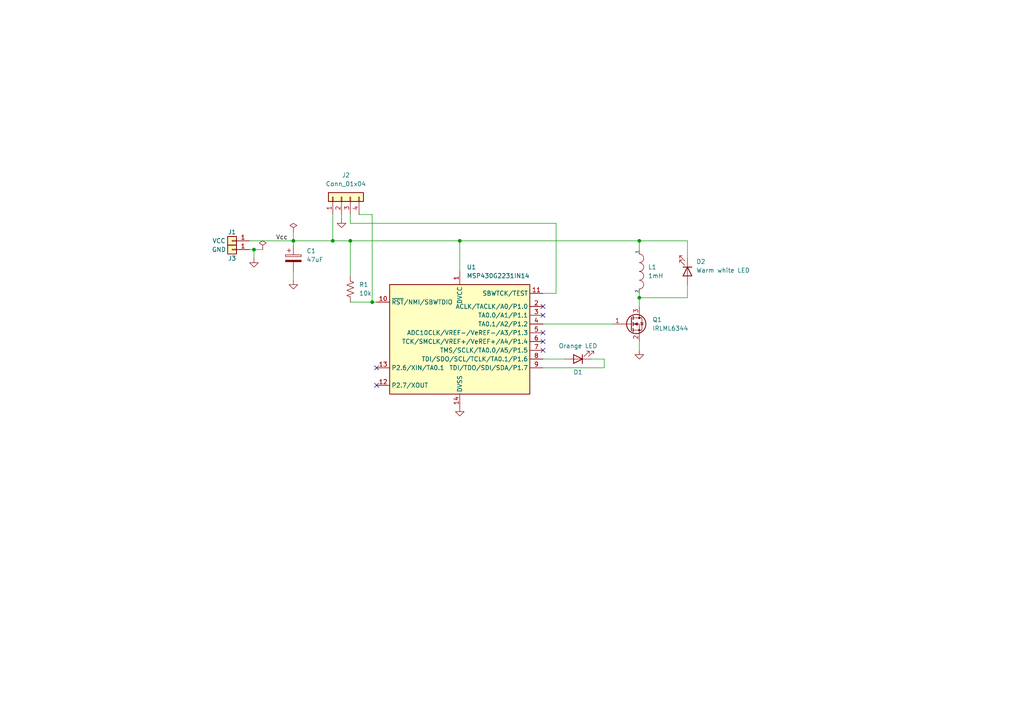
<source format=kicad_sch>
(kicad_sch (version 20230121) (generator eeschema)
  (paper "A4")
  (title_block (title "uLightHouse") (date "2023-07-02") (rev "1") (company "Navaneeth Bhardwaj") (comment 1 "Design by "))
  (lib_symbols
    (symbol "Connector_Generic:Conn_01x01" (pin_names (offset 1.016) hide)
      (property "Reference" "J" (at 0 2.54 0))
      (property "Value" "Conn_01x01" (at 0 -2.54 0))
      (symbol "Conn_01x01_1_1"
        (rectangle (start -1.27 0.127) (end 0 -0.127) (stroke (width 0.1524)))
        (rectangle (start -1.27 1.27) (end 1.27 -1.27) (stroke (width 0.254)) (fill (type background)))
        (pin passive line (at -5.08 0 0) (length 3.81) (name "Pin_1") (number "1"))
      )
    )
    (symbol "Connector_Generic:Conn_01x04" (pin_names (offset 1.016) hide)
      (property "Reference" "J" (at 0 5.08 0))
      (property "Value" "Conn_01x04" (at 0 -7.62 0))
      (symbol "Conn_01x04_1_1"
        (rectangle (start -1.27 -4.953) (end 0 -5.207) (stroke (width 0.1524)))
        (rectangle (start -1.27 -2.413) (end 0 -2.667) (stroke (width 0.1524)))
        (rectangle (start -1.27 0.127) (end 0 -0.127) (stroke (width 0.1524)))
        (rectangle (start -1.27 2.667) (end 0 2.413) (stroke (width 0.1524)))
        (rectangle (start -1.27 3.81) (end 1.27 -6.35) (stroke (width 0.254)) (fill (type background)))
        (pin passive line (at -5.08 2.54 0) (length 3.81) (name "Pin_1") (number "1"))
        (pin passive line (at -5.08 0 0) (length 3.81) (name "Pin_2") (number "2"))
        (pin passive line (at -5.08 -2.54 0) (length 3.81) (name "Pin_3") (number "3"))
        (pin passive line (at -5.08 -5.08 0) (length 3.81) (name "Pin_4") (number "4"))
      )
    )
    (symbol "Device:C_Polarized" (pin_numbers hide) (pin_names (offset 0.254))
      (property "Reference" "C" (at 0.635 2.54 0))
      (property "Value" "C_Polarized" (at 0.635 -2.54 0))
      (symbol "C_Polarized_0_1"
        (rectangle (start -2.286 0.508) (end 2.286 1.016))
        (polyline (pts (xy -1.778 2.286) (xy -0.762 2.286)))
        (polyline (pts (xy -1.27 2.794) (xy -1.27 1.778)))
        (rectangle (start 2.286 -0.508) (end -2.286 -1.016) (fill (type outline)))
      )
      (symbol "C_Polarized_1_1"
        (pin passive line (at 0 3.81 270) (length 2.794) (name "~") (number "1"))
        (pin passive line (at 0 -3.81 90) (length 2.794) (name "~") (number "2"))
      )
    )
    (symbol "Device:LED" (pin_numbers hide) (pin_names (offset 1.016) hide)
      (property "Reference" "D" (at 0 2.54 0))
      (property "Value" "LED" (at 0 -2.54 0))
      (symbol "LED_0_1"
        (polyline (pts (xy -1.27 -1.27) (xy -1.27 1.27)) (stroke (width 0.254)))
        (polyline (pts (xy -1.27 0) (xy 1.27 0)))
        (polyline (pts (xy 1.27 -1.27) (xy 1.27 1.27) (xy -1.27 0) (xy 1.27 -1.27)) (stroke (width 0.254)))
        (polyline (pts (xy -3.048 -0.762) (xy -4.572 -2.286) (xy -3.81 -2.286) (xy -4.572 -2.286) (xy -4.572 -1.524)))
        (polyline (pts (xy -1.778 -0.762) (xy -3.302 -2.286) (xy -2.54 -2.286) (xy -3.302 -2.286) (xy -3.302 -1.524)))
      )
      (symbol "LED_1_1"
        (pin passive line (at -3.81 0 0) (length 2.54) (name "K") (number "1"))
        (pin passive line (at 3.81 0 180) (length 2.54) (name "A") (number "2"))
      )
    )
    (symbol "Device:R_US" (pin_numbers hide) (pin_names (offset 0))
      (property "Reference" "R" (at 2.54 0 90))
      (property "Value" "R_US" (at -2.54 0 90))
      (symbol "R_US_0_1"
        (polyline (pts (xy 0 -2.286) (xy 0 -2.54)))
        (polyline (pts (xy 0 2.286) (xy 0 2.54)))
        (polyline (pts (xy 0 -0.762) (xy 1.016 -1.143) (xy 0 -1.524) (xy -1.016 -1.905) (xy 0 -2.286)))
        (polyline (pts (xy 0 0.762) (xy 1.016 0.381) (xy 0 0) (xy -1.016 -0.381) (xy 0 -0.762)))
        (polyline (pts (xy 0 2.286) (xy 1.016 1.905) (xy 0 1.524) (xy -1.016 1.143) (xy 0 0.762)))
      )
      (symbol "R_US_1_1"
        (pin passive line (at 0 3.81 270) (length 1.27) (name "~") (number "1"))
        (pin passive line (at 0 -3.81 90) (length 1.27) (name "~") (number "2"))
      )
    )
    (symbol "MCU_Texas_MSP430:MSP430G2231IN14"
      (property "Reference" "U" (at -19.05 17.78 0))
      (property "Value" "MSP430G2231IN14" (at 12.7 -16.51 0))
      (symbol "MSP430G2231IN14_0_1"
        (rectangle (start -20.32 16.51) (end 20.32 -15.24) (stroke (width 0.254)) (fill (type background)))
      )
      (symbol "MSP430G2231IN14_1_1"
        (pin power_in line (at 0 20.32 270) (length 3.81) (name "DVCC") (number "1"))
        (pin input line (at -24.13 11.43 0) (length 3.81) (name "~{RST}/NMI/SBWTDIO") (number "10"))
        (pin input line (at 24.13 13.97 180) (length 3.81) (name "SBWTCK/TEST") (number "11"))
        (pin bidirectional line (at -24.13 -12.7 0) (length 3.81) (name "P2.7/XOUT") (number "12"))
        (pin bidirectional line (at -24.13 -7.62 0) (length 3.81) (name "P2.6/XIN/TA0.1") (number "13"))
        (pin power_in line (at 0 -19.05 90) (length 3.81) (name "DVSS") (number "14"))
        (pin bidirectional line (at 24.13 10.16 180) (length 3.81) (name "ACLK/TACLK/A0/P1.0") (number "2"))
        (pin bidirectional line (at 24.13 7.62 180) (length 3.81) (name "TA0.0/A1/P1.1") (number "3"))
        (pin bidirectional line (at 24.13 5.08 180) (length 3.81) (name "TA0.1/A2/P1.2") (number "4"))
        (pin bidirectional line (at 24.13 2.54 180) (length 3.81) (name "ADC10CLK/VREF-/VeREF-/A3/P1.3") (number "5"))
        (pin bidirectional line (at 24.13 0 180) (length 3.81) (name "TCK/SMCLK/VREF+/VeREF+/A4/P1.4") (number "6"))
        (pin bidirectional line (at 24.13 -2.54 180) (length 3.81) (name "TMS/SCLK/TA0.0/A5/P1.5") (number "7"))
        (pin bidirectional line (at 24.13 -5.08 180) (length 3.81) (name "TDI/SDO/SCL/TCLK/TA0.1/P1.6") (number "8"))
        (pin bidirectional line (at 24.13 -7.62 180) (length 3.81) (name "TDI/TDO/SDI/SDA/P1.7") (number "9"))
      )
    )
    (symbol "Transistor_FET:IRLML0030" (pin_names hide)
      (property "Reference" "Q" (at 5.08 1.905 0))
      (property "Value" "IRLML0030" (at 5.08 0 0))
      (symbol "IRLML0030_0_1"
        (polyline (pts (xy 0.254 0) (xy -2.54 0)))
        (polyline (pts (xy 0.254 1.905) (xy 0.254 -1.905)) (stroke (width 0.254)))
        (polyline (pts (xy 0.762 -1.27) (xy 0.762 -2.286)) (stroke (width 0.254)))
        (polyline (pts (xy 0.762 0.508) (xy 0.762 -0.508)) (stroke (width 0.254)))
        (polyline (pts (xy 0.762 2.286) (xy 0.762 1.27)) (stroke (width 0.254)))
        (polyline (pts (xy 2.54 2.54) (xy 2.54 1.778)))
        (polyline (pts (xy 2.54 -2.54) (xy 2.54 0) (xy 0.762 0)))
        (polyline (pts (xy 0.762 -1.778) (xy 3.302 -1.778) (xy 3.302 1.778) (xy 0.762 1.778)))
        (polyline (pts (xy 1.016 0) (xy 2.032 0.381) (xy 2.032 -0.381) (xy 1.016 0)) (fill (type outline)))
        (polyline (pts (xy 2.794 0.508) (xy 2.921 0.381) (xy 3.683 0.381) (xy 3.81 0.254)))
        (polyline (pts (xy 3.302 0.381) (xy 2.921 -0.254) (xy 3.683 -0.254) (xy 3.302 0.381)))
        (circle (center 1.651 0) (radius 2.794) (stroke (width 0.254)))
        (circle (center 2.54 -1.778) (radius 0.254) (fill (type outline)))
        (circle (center 2.54 1.778) (radius 0.254) (fill (type outline)))
      )
      (symbol "IRLML0030_1_1"
        (pin input line (at -5.08 0 0) (length 2.54) (name "G") (number "1"))
        (pin passive line (at 2.54 -5.08 90) (length 2.54) (name "S") (number "2"))
        (pin passive line (at 2.54 5.08 270) (length 2.54) (name "D") (number "3"))
      )
    )
    (symbol "power:GND" (power) (pin_names (offset 0))
      (property "Value" "GND" (at 0 -3.81 0))
      (symbol "GND_0_1"
        (polyline (pts (xy 0 0) (xy 0 -1.27) (xy 1.27 -1.27) (xy 0 -2.54) (xy -1.27 -1.27) (xy 0 -1.27)))
      )
      (symbol "GND_1_1"
        (pin power_in line (at 0 0 270) (length 0) hide (name "GND") (number "1"))
      )
    )
    (symbol "power:PWR_FLAG" (power) (pin_numbers hide) (pin_names (offset 0) hide)
      (property "Value" "PWR_FLAG" (at 0 3.81 0))
      (symbol "PWR_FLAG_0_0"
        (pin power_out line (at 0 0 90) (length 0) (name "pwr") (number "1"))
      )
      (symbol "PWR_FLAG_0_1"
        (polyline (pts (xy 0 0) (xy 0 1.27) (xy -1.016 1.905) (xy 0 2.54) (xy 1.016 1.905) (xy 0 1.27)))
      )
    )
    (symbol "pspice:INDUCTOR" (pin_numbers hide) (pin_names (offset 0))
      (property "Reference" "L" (at 0 2.54 0))
      (property "Value" "INDUCTOR" (at 0 -1.27 0))
      (symbol "INDUCTOR_0_1"
        (arc (start -2.54 0) (mid -3.81 1.2645) (end -5.08 0))
        (arc (start 0 0) (mid -1.27 1.2645) (end -2.54 0))
        (arc (start 2.54 0) (mid 1.27 1.2645) (end 0 0))
        (arc (start 5.08 0) (mid 3.81 1.2645) (end 2.54 0))
      )
      (symbol "INDUCTOR_1_1"
        (pin input line (at -6.35 0 0) (length 1.27) (name "1") (number "1"))
        (pin input line (at 6.35 0 180) (length 1.27) (name "2") (number "2"))
      )
    )
  )
  (junction (at 107.95 87.63))
  (junction (at 85.09 69.85))
  (junction (at 73.66 72.39))
  (junction (at 101.6 69.85))
  (junction (at 185.42 86.36))
  (junction (at 185.42 69.85))
  (junction (at 133.35 69.85))
  (junction (at 96.52 69.85))
  (no_connect (at 157.48 99.06))
  (no_connect (at 109.22 111.76))
  (no_connect (at 157.48 88.9))
  (no_connect (at 157.48 96.52))
  (no_connect (at 157.48 91.44))
  (no_connect (at 157.48 101.6))
  (no_connect (at 109.22 106.68))
  (wire (pts (xy 104.14 62.23) (xy 107.95 62.23)))
  (wire (pts (xy 72.39 69.85) (xy 85.09 69.85)))
  (wire (pts (xy 72.39 72.39) (xy 73.66 72.39)))
  (wire (pts (xy 85.09 78.74) (xy 85.09 81.28)))
  (wire (pts (xy 185.42 86.36) (xy 185.42 88.9)))
  (wire (pts (xy 101.6 69.85) (xy 101.6 80.01)))
  (wire (pts (xy 199.39 82.55) (xy 199.39 86.36)))
  (wire (pts (xy 101.6 62.23) (xy 101.6 64.77)))
  (wire (pts (xy 99.06 62.23) (xy 99.06 63.5)))
  (wire (pts (xy 73.66 72.39) (xy 76.2 72.39)))
  (wire (pts (xy 133.35 69.85) (xy 185.42 69.85)))
  (wire (pts (xy 175.26 106.68) (xy 157.48 106.68)))
  (wire (pts (xy 175.26 104.14) (xy 175.26 106.68)))
  (wire (pts (xy 85.09 69.85) (xy 85.09 71.12)))
  (wire (pts (xy 96.52 62.23) (xy 96.52 69.85)))
  (wire (pts (xy 85.09 69.85) (xy 96.52 69.85)))
  (wire (pts (xy 171.45 104.14) (xy 175.26 104.14)))
  (wire (pts (xy 161.29 64.77) (xy 161.29 85.09)))
  (wire (pts (xy 73.66 72.39) (xy 73.66 74.93)))
  (wire (pts (xy 185.42 99.06) (xy 185.42 101.6)))
  (wire (pts (xy 185.42 69.85) (xy 185.42 72.39)))
  (wire (pts (xy 107.95 87.63) (xy 109.22 87.63)))
  (wire (pts (xy 199.39 69.85) (xy 185.42 69.85)))
  (wire (pts (xy 157.48 93.98) (xy 177.8 93.98)))
  (wire (pts (xy 101.6 87.63) (xy 107.95 87.63)))
  (wire (pts (xy 96.52 69.85) (xy 101.6 69.85)))
  (wire (pts (xy 101.6 69.85) (xy 133.35 69.85)))
  (wire (pts (xy 133.35 69.85) (xy 133.35 78.74)))
  (wire (pts (xy 85.09 67.31) (xy 85.09 69.85)))
  (wire (pts (xy 185.42 85.09) (xy 185.42 86.36)))
  (wire (pts (xy 199.39 74.93) (xy 199.39 69.85)))
  (wire (pts (xy 199.39 86.36) (xy 185.42 86.36)))
  (wire (pts (xy 157.48 85.09) (xy 161.29 85.09)))
  (wire (pts (xy 107.95 62.23) (xy 107.95 87.63)))
  (wire (pts (xy 157.48 104.14) (xy 163.83 104.14)))
  (wire (pts (xy 101.6 64.77) (xy 161.29 64.77)))
  (label "Vcc" (at 80.01 69.85 0))
  (symbol (lib_id "power:GND") (at 73.66 74.93 0) (unit 1)
    (property "Reference" "#PWR01" (effects hide))
    (property "Value" "GND" (effects hide))
  )
  (symbol (lib_id "Connector_Generic:Conn_01x01") (at 67.31 72.39 180) (unit 1)
    (property "Reference" "J3" (at 67.31 74.93 0))
    (property "Value" "GND" (at 63.5 72.39 0))
    (property "Footprint" "TestPoint:TestPoint_Pad_D1.5mm" (effects hide))
  )
  (symbol (lib_id "Device:C_Polarized") (at 85.09 74.93 0) (unit 1)
    (property "Reference" "C1" (at 88.9 72.7709 0) (effects (justify left)))
    (property "Value" "47uF" (at 88.9 75.3109 0) (effects (justify left)))
    (property "Footprint" "Capacitor_SMD:C_1210_3225Metric_Pad1.33x2.70mm_HandSolder" (effects hide))
  )
  (symbol (lib_id "power:GND") (at 99.06 63.5 0) (unit 1)
    (property "Reference" "#PWR03" (effects hide))
    (property "Value" "GND" (effects hide))
  )
  (symbol (lib_id "Device:LED") (at 167.64 104.14 180) (unit 1)
    (property "Reference" "D1" (at 167.64 107.95 0))
    (property "Value" "Orange LED" (at 167.64 100.33 0))
    (property "Footprint" "LED_SMD:LED_0805_2012Metric_Pad1.15x1.40mm_HandSolder" (effects hide))
  )
  (symbol (lib_id "Connector_Generic:Conn_01x01") (at 67.31 69.85 180) (unit 1)
    (property "Reference" "J1" (at 67.31 67.31 0))
    (property "Value" "VCC" (at 63.5 69.85 0))
    (property "Footprint" "TestPoint:TestPoint_Pad_D1.5mm" (effects hide))
  )
  (symbol (lib_id "Device:R_US") (at 101.6 83.82 0) (unit 1)
    (property "Reference" "R1" (at 104.14 82.5499 0) (effects (justify left)))
    (property "Value" "10k" (at 104.14 85.0899 0) (effects (justify left)))
    (property "Footprint" "Resistor_SMD:R_0603_1608Metric_Pad0.98x0.95mm_HandSolder" (effects hide))
  )
  (symbol (lib_id "MCU_Texas_MSP430:MSP430G2231IN14") (at 133.35 99.06 0) (unit 1)
    (property "Reference" "U1" (at 135.3694 77.47 0) (effects (justify left)))
    (property "Value" "MSP430G2231IN14" (at 135.3694 80.01 0) (effects (justify left)))
    (property "Footprint" "Package_DIP:DIP-14_W7.62mm" (effects hide))
    (property "Datasheet" "http://www.ti.com/lit/ds/symlink/msp430g2231.pdf" (effects hide))
  )
  (symbol (lib_id "Transistor_FET:IRLML0030") (at 182.88 93.98 0) (unit 1)
    (property "Reference" "Q1" (at 189.23 92.7099 0) (effects (justify left)))
    (property "Value" "IRLML6344" (at 189.23 95.2499 0) (effects (justify left)))
    (property "Footprint" "Package_TO_SOT_SMD:SOT-23" (effects hide))
    (property "Datasheet" "https://www.infineon.com/dgdl/irlml0030pbf.pdf?fileId=5546d462533600a401535664773825df" (effects hide))
  )
  (symbol (lib_id "power:GND") (at 133.35 118.11 0) (unit 1)
    (property "Reference" "#PWR04" (effects hide))
    (property "Value" "GND" (effects hide))
  )
  (symbol (lib_id "pspice:INDUCTOR") (at 185.42 78.74 270) (unit 1)
    (property "Reference" "L1" (at 187.96 77.4699 90) (effects (justify left)))
    (property "Value" "1mH" (at 187.96 80.0099 90) (effects (justify left)))
    (property "Footprint" "LIB_HM79M-20102LFTR:HM79M20102LFTR" (effects hide))
  )
  (symbol (lib_id "power:PWR_FLAG") (at 76.2 72.39 0) (unit 1)
    (property "Reference" "#FLG01" (effects hide))
    (property "Value" "PWR_FLAG" (effects hide))
  )
  (symbol (lib_id "Connector_Generic:Conn_01x04") (at 99.06 57.15 90) (unit 1)
    (property "Reference" "J2" (at 100.33 50.8 90))
    (property "Value" "Conn_01x04" (at 100.33 53.34 90))
    (property "Footprint" "Connector_PinHeader_2.54mm:PinHeader_1x04_P2.54mm_Vertical" (effects hide))
  )
  (symbol (lib_id "Device:LED") (at 199.39 78.74 270) (unit 1)
    (property "Reference" "D2" (at 201.93 75.8824 90) (effects (justify left)))
    (property "Value" "Warm white LED" (at 201.93 78.4224 90) (effects (justify left)))
    (property "Footprint" "TestPoint:TestPoint_2Pads_Pitch2.54mm_Drill0.8mm" (effects hide))
  )
  (symbol (lib_id "power:PWR_FLAG") (at 85.09 67.31 0) (unit 1)
    (property "Reference" "#FLG02" (effects hide))
    (property "Value" "PWR_FLAG" (effects hide))
  )
  (symbol (lib_id "power:GND") (at 85.09 81.28 0) (unit 1)
    (property "Reference" "#PWR02" (effects hide))
    (property "Value" "GND" (effects hide))
  )
  (symbol (lib_id "power:GND") (at 185.42 101.6 0) (unit 1)
    (property "Reference" "#PWR05" (effects hide))
    (property "Value" "GND" (effects hide))
  )
)
</source>
